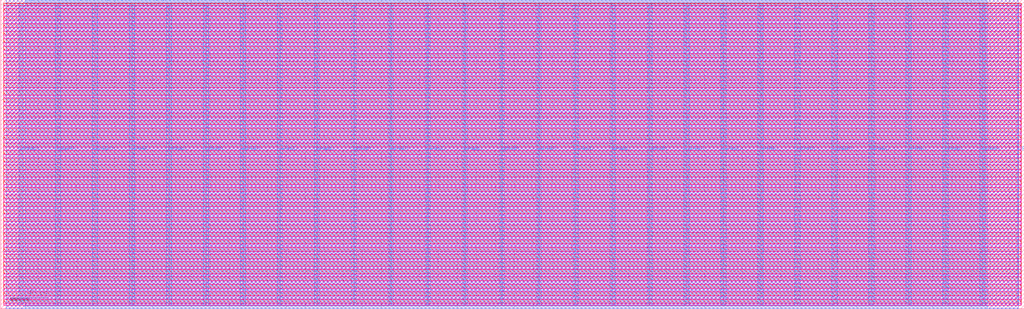
<source format=lef>
VERSION 5.7 ;
  NOWIREEXTENSIONATPIN ON ;
  DIVIDERCHAR "/" ;
  BUSBITCHARS "[]" ;
MACRO tt_um_proppy_megabytebeat
  CLASS BLOCK ;
  FOREIGN tt_um_proppy_megabytebeat ;
  ORIGIN 0.000 0.000 ;
  SIZE 1075.760 BY 325.360 ;
  PIN VGND
    DIRECTION INOUT ;
    USE GROUND ;
    PORT
      LAYER Metal4 ;
        RECT 22.180 3.620 23.780 321.740 ;
    END
    PORT
      LAYER Metal4 ;
        RECT 61.050 3.620 62.650 321.740 ;
    END
    PORT
      LAYER Metal4 ;
        RECT 99.920 3.620 101.520 321.740 ;
    END
    PORT
      LAYER Metal4 ;
        RECT 138.790 3.620 140.390 321.740 ;
    END
    PORT
      LAYER Metal4 ;
        RECT 177.660 3.620 179.260 321.740 ;
    END
    PORT
      LAYER Metal4 ;
        RECT 216.530 3.620 218.130 321.740 ;
    END
    PORT
      LAYER Metal4 ;
        RECT 255.400 3.620 257.000 321.740 ;
    END
    PORT
      LAYER Metal4 ;
        RECT 294.270 3.620 295.870 321.740 ;
    END
    PORT
      LAYER Metal4 ;
        RECT 333.140 3.620 334.740 321.740 ;
    END
    PORT
      LAYER Metal4 ;
        RECT 372.010 3.620 373.610 321.740 ;
    END
    PORT
      LAYER Metal4 ;
        RECT 410.880 3.620 412.480 321.740 ;
    END
    PORT
      LAYER Metal4 ;
        RECT 449.750 3.620 451.350 321.740 ;
    END
    PORT
      LAYER Metal4 ;
        RECT 488.620 3.620 490.220 321.740 ;
    END
    PORT
      LAYER Metal4 ;
        RECT 527.490 3.620 529.090 321.740 ;
    END
    PORT
      LAYER Metal4 ;
        RECT 566.360 3.620 567.960 321.740 ;
    END
    PORT
      LAYER Metal4 ;
        RECT 605.230 3.620 606.830 321.740 ;
    END
    PORT
      LAYER Metal4 ;
        RECT 644.100 3.620 645.700 321.740 ;
    END
    PORT
      LAYER Metal4 ;
        RECT 682.970 3.620 684.570 321.740 ;
    END
    PORT
      LAYER Metal4 ;
        RECT 721.840 3.620 723.440 321.740 ;
    END
    PORT
      LAYER Metal4 ;
        RECT 760.710 3.620 762.310 321.740 ;
    END
    PORT
      LAYER Metal4 ;
        RECT 799.580 3.620 801.180 321.740 ;
    END
    PORT
      LAYER Metal4 ;
        RECT 838.450 3.620 840.050 321.740 ;
    END
    PORT
      LAYER Metal4 ;
        RECT 877.320 3.620 878.920 321.740 ;
    END
    PORT
      LAYER Metal4 ;
        RECT 916.190 3.620 917.790 321.740 ;
    END
    PORT
      LAYER Metal4 ;
        RECT 955.060 3.620 956.660 321.740 ;
    END
    PORT
      LAYER Metal4 ;
        RECT 993.930 3.620 995.530 321.740 ;
    END
    PORT
      LAYER Metal4 ;
        RECT 1032.800 3.620 1034.400 321.740 ;
    END
  END VGND
  PIN VPWR
    DIRECTION INOUT ;
    USE POWER ;
    PORT
      LAYER Metal4 ;
        RECT 18.880 3.620 20.480 321.740 ;
    END
    PORT
      LAYER Metal4 ;
        RECT 57.750 3.620 59.350 321.740 ;
    END
    PORT
      LAYER Metal4 ;
        RECT 96.620 3.620 98.220 321.740 ;
    END
    PORT
      LAYER Metal4 ;
        RECT 135.490 3.620 137.090 321.740 ;
    END
    PORT
      LAYER Metal4 ;
        RECT 174.360 3.620 175.960 321.740 ;
    END
    PORT
      LAYER Metal4 ;
        RECT 213.230 3.620 214.830 321.740 ;
    END
    PORT
      LAYER Metal4 ;
        RECT 252.100 3.620 253.700 321.740 ;
    END
    PORT
      LAYER Metal4 ;
        RECT 290.970 3.620 292.570 321.740 ;
    END
    PORT
      LAYER Metal4 ;
        RECT 329.840 3.620 331.440 321.740 ;
    END
    PORT
      LAYER Metal4 ;
        RECT 368.710 3.620 370.310 321.740 ;
    END
    PORT
      LAYER Metal4 ;
        RECT 407.580 3.620 409.180 321.740 ;
    END
    PORT
      LAYER Metal4 ;
        RECT 446.450 3.620 448.050 321.740 ;
    END
    PORT
      LAYER Metal4 ;
        RECT 485.320 3.620 486.920 321.740 ;
    END
    PORT
      LAYER Metal4 ;
        RECT 524.190 3.620 525.790 321.740 ;
    END
    PORT
      LAYER Metal4 ;
        RECT 563.060 3.620 564.660 321.740 ;
    END
    PORT
      LAYER Metal4 ;
        RECT 601.930 3.620 603.530 321.740 ;
    END
    PORT
      LAYER Metal4 ;
        RECT 640.800 3.620 642.400 321.740 ;
    END
    PORT
      LAYER Metal4 ;
        RECT 679.670 3.620 681.270 321.740 ;
    END
    PORT
      LAYER Metal4 ;
        RECT 718.540 3.620 720.140 321.740 ;
    END
    PORT
      LAYER Metal4 ;
        RECT 757.410 3.620 759.010 321.740 ;
    END
    PORT
      LAYER Metal4 ;
        RECT 796.280 3.620 797.880 321.740 ;
    END
    PORT
      LAYER Metal4 ;
        RECT 835.150 3.620 836.750 321.740 ;
    END
    PORT
      LAYER Metal4 ;
        RECT 874.020 3.620 875.620 321.740 ;
    END
    PORT
      LAYER Metal4 ;
        RECT 912.890 3.620 914.490 321.740 ;
    END
    PORT
      LAYER Metal4 ;
        RECT 951.760 3.620 953.360 321.740 ;
    END
    PORT
      LAYER Metal4 ;
        RECT 990.630 3.620 992.230 321.740 ;
    END
    PORT
      LAYER Metal4 ;
        RECT 1029.500 3.620 1031.100 321.740 ;
    END
    PORT
      LAYER Metal4 ;
        RECT 1068.370 3.620 1069.970 321.740 ;
    END
  END VPWR
  PIN clk
    DIRECTION INPUT ;
    USE SIGNAL ;
    ANTENNAGATEAREA 4.738000 ;
    PORT
      LAYER Metal4 ;
        RECT 331.090 324.360 331.390 325.360 ;
    END
  END clk
  PIN ena
    DIRECTION INPUT ;
    USE SIGNAL ;
    PORT
      LAYER Metal4 ;
        RECT 338.370 324.360 338.670 325.360 ;
    END
  END ena
  PIN rst_n
    DIRECTION INPUT ;
    USE SIGNAL ;
    ANTENNAGATEAREA 1.183000 ;
    PORT
      LAYER Metal4 ;
        RECT 323.810 324.360 324.110 325.360 ;
    END
  END rst_n
  PIN ui_in[0]
    DIRECTION INPUT ;
    USE SIGNAL ;
    ANTENNAGATEAREA 0.396000 ;
    PORT
      LAYER Metal4 ;
        RECT 316.530 324.360 316.830 325.360 ;
    END
  END ui_in[0]
  PIN ui_in[1]
    DIRECTION INPUT ;
    USE SIGNAL ;
    ANTENNAGATEAREA 0.396000 ;
    PORT
      LAYER Metal4 ;
        RECT 309.250 324.360 309.550 325.360 ;
    END
  END ui_in[1]
  PIN ui_in[2]
    DIRECTION INPUT ;
    USE SIGNAL ;
    ANTENNAGATEAREA 0.396000 ;
    PORT
      LAYER Metal4 ;
        RECT 301.970 324.360 302.270 325.360 ;
    END
  END ui_in[2]
  PIN ui_in[3]
    DIRECTION INPUT ;
    USE SIGNAL ;
    ANTENNAGATEAREA 0.396000 ;
    PORT
      LAYER Metal4 ;
        RECT 294.690 324.360 294.990 325.360 ;
    END
  END ui_in[3]
  PIN ui_in[4]
    DIRECTION INPUT ;
    USE SIGNAL ;
    ANTENNAGATEAREA 0.396000 ;
    PORT
      LAYER Metal4 ;
        RECT 287.410 324.360 287.710 325.360 ;
    END
  END ui_in[4]
  PIN ui_in[5]
    DIRECTION INPUT ;
    USE SIGNAL ;
    ANTENNAGATEAREA 0.396000 ;
    PORT
      LAYER Metal4 ;
        RECT 280.130 324.360 280.430 325.360 ;
    END
  END ui_in[5]
  PIN ui_in[6]
    DIRECTION INPUT ;
    USE SIGNAL ;
    ANTENNAGATEAREA 0.396000 ;
    PORT
      LAYER Metal4 ;
        RECT 272.850 324.360 273.150 325.360 ;
    END
  END ui_in[6]
  PIN ui_in[7]
    DIRECTION INPUT ;
    USE SIGNAL ;
    ANTENNAGATEAREA 0.396000 ;
    PORT
      LAYER Metal4 ;
        RECT 265.570 324.360 265.870 325.360 ;
    END
  END ui_in[7]
  PIN uio_in[0]
    DIRECTION INPUT ;
    USE SIGNAL ;
    ANTENNAGATEAREA 0.396000 ;
    PORT
      LAYER Metal4 ;
        RECT 258.290 324.360 258.590 325.360 ;
    END
  END uio_in[0]
  PIN uio_in[1]
    DIRECTION INPUT ;
    USE SIGNAL ;
    ANTENNAGATEAREA 0.396000 ;
    PORT
      LAYER Metal4 ;
        RECT 251.010 324.360 251.310 325.360 ;
    END
  END uio_in[1]
  PIN uio_in[2]
    DIRECTION INPUT ;
    USE SIGNAL ;
    ANTENNAGATEAREA 0.396000 ;
    PORT
      LAYER Metal4 ;
        RECT 243.730 324.360 244.030 325.360 ;
    END
  END uio_in[2]
  PIN uio_in[3]
    DIRECTION INPUT ;
    USE SIGNAL ;
    ANTENNAGATEAREA 0.396000 ;
    PORT
      LAYER Metal4 ;
        RECT 236.450 324.360 236.750 325.360 ;
    END
  END uio_in[3]
  PIN uio_in[4]
    DIRECTION INPUT ;
    USE SIGNAL ;
    ANTENNAGATEAREA 0.396000 ;
    PORT
      LAYER Metal4 ;
        RECT 229.170 324.360 229.470 325.360 ;
    END
  END uio_in[4]
  PIN uio_in[5]
    DIRECTION INPUT ;
    USE SIGNAL ;
    ANTENNAGATEAREA 0.396000 ;
    PORT
      LAYER Metal4 ;
        RECT 221.890 324.360 222.190 325.360 ;
    END
  END uio_in[5]
  PIN uio_in[6]
    DIRECTION INPUT ;
    USE SIGNAL ;
    ANTENNAGATEAREA 0.396000 ;
    PORT
      LAYER Metal4 ;
        RECT 214.610 324.360 214.910 325.360 ;
    END
  END uio_in[6]
  PIN uio_in[7]
    DIRECTION INPUT ;
    USE SIGNAL ;
    ANTENNAGATEAREA 0.396000 ;
    PORT
      LAYER Metal4 ;
        RECT 207.330 324.360 207.630 325.360 ;
    END
  END uio_in[7]
  PIN uio_oe[0]
    DIRECTION OUTPUT ;
    USE SIGNAL ;
    ANTENNADIFFAREA 0.360800 ;
    PORT
      LAYER Metal4 ;
        RECT 83.570 324.360 83.870 325.360 ;
    END
  END uio_oe[0]
  PIN uio_oe[1]
    DIRECTION OUTPUT ;
    USE SIGNAL ;
    ANTENNADIFFAREA 0.360800 ;
    PORT
      LAYER Metal4 ;
        RECT 76.290 324.360 76.590 325.360 ;
    END
  END uio_oe[1]
  PIN uio_oe[2]
    DIRECTION OUTPUT ;
    USE SIGNAL ;
    ANTENNADIFFAREA 0.360800 ;
    PORT
      LAYER Metal4 ;
        RECT 69.010 324.360 69.310 325.360 ;
    END
  END uio_oe[2]
  PIN uio_oe[3]
    DIRECTION OUTPUT ;
    USE SIGNAL ;
    ANTENNADIFFAREA 0.360800 ;
    PORT
      LAYER Metal4 ;
        RECT 61.730 324.360 62.030 325.360 ;
    END
  END uio_oe[3]
  PIN uio_oe[4]
    DIRECTION OUTPUT ;
    USE SIGNAL ;
    ANTENNADIFFAREA 0.360800 ;
    PORT
      LAYER Metal4 ;
        RECT 54.450 324.360 54.750 325.360 ;
    END
  END uio_oe[4]
  PIN uio_oe[5]
    DIRECTION OUTPUT ;
    USE SIGNAL ;
    ANTENNADIFFAREA 0.360800 ;
    PORT
      LAYER Metal4 ;
        RECT 47.170 324.360 47.470 325.360 ;
    END
  END uio_oe[5]
  PIN uio_oe[6]
    DIRECTION OUTPUT ;
    USE SIGNAL ;
    ANTENNADIFFAREA 0.360800 ;
    PORT
      LAYER Metal4 ;
        RECT 39.890 324.360 40.190 325.360 ;
    END
  END uio_oe[6]
  PIN uio_oe[7]
    DIRECTION OUTPUT ;
    USE SIGNAL ;
    ANTENNADIFFAREA 0.360800 ;
    PORT
      LAYER Metal4 ;
        RECT 32.610 324.360 32.910 325.360 ;
    END
  END uio_oe[7]
  PIN uio_out[0]
    DIRECTION OUTPUT ;
    USE SIGNAL ;
    ANTENNADIFFAREA 0.360800 ;
    PORT
      LAYER Metal4 ;
        RECT 141.810 324.360 142.110 325.360 ;
    END
  END uio_out[0]
  PIN uio_out[1]
    DIRECTION OUTPUT ;
    USE SIGNAL ;
    ANTENNADIFFAREA 0.360800 ;
    PORT
      LAYER Metal4 ;
        RECT 134.530 324.360 134.830 325.360 ;
    END
  END uio_out[1]
  PIN uio_out[2]
    DIRECTION OUTPUT ;
    USE SIGNAL ;
    ANTENNADIFFAREA 0.360800 ;
    PORT
      LAYER Metal4 ;
        RECT 127.250 324.360 127.550 325.360 ;
    END
  END uio_out[2]
  PIN uio_out[3]
    DIRECTION OUTPUT ;
    USE SIGNAL ;
    ANTENNADIFFAREA 0.360800 ;
    PORT
      LAYER Metal4 ;
        RECT 119.970 324.360 120.270 325.360 ;
    END
  END uio_out[3]
  PIN uio_out[4]
    DIRECTION OUTPUT ;
    USE SIGNAL ;
    ANTENNADIFFAREA 0.360800 ;
    PORT
      LAYER Metal4 ;
        RECT 112.690 324.360 112.990 325.360 ;
    END
  END uio_out[4]
  PIN uio_out[5]
    DIRECTION OUTPUT ;
    USE SIGNAL ;
    ANTENNADIFFAREA 0.360800 ;
    PORT
      LAYER Metal4 ;
        RECT 105.410 324.360 105.710 325.360 ;
    END
  END uio_out[5]
  PIN uio_out[6]
    DIRECTION OUTPUT ;
    USE SIGNAL ;
    ANTENNADIFFAREA 0.360800 ;
    PORT
      LAYER Metal4 ;
        RECT 98.130 324.360 98.430 325.360 ;
    END
  END uio_out[6]
  PIN uio_out[7]
    DIRECTION OUTPUT ;
    USE SIGNAL ;
    ANTENNADIFFAREA 0.360800 ;
    PORT
      LAYER Metal4 ;
        RECT 90.850 324.360 91.150 325.360 ;
    END
  END uio_out[7]
  PIN uo_out[0]
    DIRECTION OUTPUT ;
    USE SIGNAL ;
    ANTENNADIFFAREA 2.080400 ;
    PORT
      LAYER Metal4 ;
        RECT 200.050 324.360 200.350 325.360 ;
    END
  END uo_out[0]
  PIN uo_out[1]
    DIRECTION OUTPUT ;
    USE SIGNAL ;
    ANTENNADIFFAREA 4.408000 ;
    PORT
      LAYER Metal4 ;
        RECT 192.770 324.360 193.070 325.360 ;
    END
  END uo_out[1]
  PIN uo_out[2]
    DIRECTION OUTPUT ;
    USE SIGNAL ;
    ANTENNADIFFAREA 1.986000 ;
    PORT
      LAYER Metal4 ;
        RECT 185.490 324.360 185.790 325.360 ;
    END
  END uo_out[2]
  PIN uo_out[3]
    DIRECTION OUTPUT ;
    USE SIGNAL ;
    ANTENNADIFFAREA 1.986000 ;
    PORT
      LAYER Metal4 ;
        RECT 178.210 324.360 178.510 325.360 ;
    END
  END uo_out[3]
  PIN uo_out[4]
    DIRECTION OUTPUT ;
    USE SIGNAL ;
    ANTENNADIFFAREA 0.360800 ;
    PORT
      LAYER Metal4 ;
        RECT 170.930 324.360 171.230 325.360 ;
    END
  END uo_out[4]
  PIN uo_out[5]
    DIRECTION OUTPUT ;
    USE SIGNAL ;
    ANTENNADIFFAREA 0.360800 ;
    PORT
      LAYER Metal4 ;
        RECT 163.650 324.360 163.950 325.360 ;
    END
  END uo_out[5]
  PIN uo_out[6]
    DIRECTION OUTPUT ;
    USE SIGNAL ;
    ANTENNADIFFAREA 0.360800 ;
    PORT
      LAYER Metal4 ;
        RECT 156.370 324.360 156.670 325.360 ;
    END
  END uo_out[6]
  PIN uo_out[7]
    DIRECTION OUTPUT ;
    USE SIGNAL ;
    ANTENNADIFFAREA 2.080400 ;
    PORT
      LAYER Metal4 ;
        RECT 149.090 324.360 149.390 325.360 ;
    END
  END uo_out[7]
  OBS
      LAYER Nwell ;
        RECT 2.930 319.280 1072.830 321.870 ;
      LAYER Pwell ;
        RECT 2.930 315.760 1072.830 319.280 ;
      LAYER Nwell ;
        RECT 2.930 311.440 1072.830 315.760 ;
      LAYER Pwell ;
        RECT 2.930 307.920 1072.830 311.440 ;
      LAYER Nwell ;
        RECT 2.930 303.600 1072.830 307.920 ;
      LAYER Pwell ;
        RECT 2.930 300.080 1072.830 303.600 ;
      LAYER Nwell ;
        RECT 2.930 295.760 1072.830 300.080 ;
      LAYER Pwell ;
        RECT 2.930 292.240 1072.830 295.760 ;
      LAYER Nwell ;
        RECT 2.930 287.920 1072.830 292.240 ;
      LAYER Pwell ;
        RECT 2.930 284.400 1072.830 287.920 ;
      LAYER Nwell ;
        RECT 2.930 280.080 1072.830 284.400 ;
      LAYER Pwell ;
        RECT 2.930 276.560 1072.830 280.080 ;
      LAYER Nwell ;
        RECT 2.930 272.240 1072.830 276.560 ;
      LAYER Pwell ;
        RECT 2.930 268.720 1072.830 272.240 ;
      LAYER Nwell ;
        RECT 2.930 264.400 1072.830 268.720 ;
      LAYER Pwell ;
        RECT 2.930 260.880 1072.830 264.400 ;
      LAYER Nwell ;
        RECT 2.930 256.560 1072.830 260.880 ;
      LAYER Pwell ;
        RECT 2.930 253.040 1072.830 256.560 ;
      LAYER Nwell ;
        RECT 2.930 248.720 1072.830 253.040 ;
      LAYER Pwell ;
        RECT 2.930 245.200 1072.830 248.720 ;
      LAYER Nwell ;
        RECT 2.930 240.880 1072.830 245.200 ;
      LAYER Pwell ;
        RECT 2.930 237.360 1072.830 240.880 ;
      LAYER Nwell ;
        RECT 2.930 233.040 1072.830 237.360 ;
      LAYER Pwell ;
        RECT 2.930 229.520 1072.830 233.040 ;
      LAYER Nwell ;
        RECT 2.930 225.200 1072.830 229.520 ;
      LAYER Pwell ;
        RECT 2.930 221.680 1072.830 225.200 ;
      LAYER Nwell ;
        RECT 2.930 217.360 1072.830 221.680 ;
      LAYER Pwell ;
        RECT 2.930 213.840 1072.830 217.360 ;
      LAYER Nwell ;
        RECT 2.930 209.520 1072.830 213.840 ;
      LAYER Pwell ;
        RECT 2.930 206.000 1072.830 209.520 ;
      LAYER Nwell ;
        RECT 2.930 201.680 1072.830 206.000 ;
      LAYER Pwell ;
        RECT 2.930 198.160 1072.830 201.680 ;
      LAYER Nwell ;
        RECT 2.930 193.840 1072.830 198.160 ;
      LAYER Pwell ;
        RECT 2.930 190.320 1072.830 193.840 ;
      LAYER Nwell ;
        RECT 2.930 186.000 1072.830 190.320 ;
      LAYER Pwell ;
        RECT 2.930 182.480 1072.830 186.000 ;
      LAYER Nwell ;
        RECT 2.930 178.160 1072.830 182.480 ;
      LAYER Pwell ;
        RECT 2.930 174.640 1072.830 178.160 ;
      LAYER Nwell ;
        RECT 2.930 170.320 1072.830 174.640 ;
      LAYER Pwell ;
        RECT 2.930 166.800 1072.830 170.320 ;
      LAYER Nwell ;
        RECT 2.930 162.480 1072.830 166.800 ;
      LAYER Pwell ;
        RECT 2.930 158.960 1072.830 162.480 ;
      LAYER Nwell ;
        RECT 2.930 154.640 1072.830 158.960 ;
      LAYER Pwell ;
        RECT 2.930 151.120 1072.830 154.640 ;
      LAYER Nwell ;
        RECT 2.930 146.800 1072.830 151.120 ;
      LAYER Pwell ;
        RECT 2.930 143.280 1072.830 146.800 ;
      LAYER Nwell ;
        RECT 2.930 138.960 1072.830 143.280 ;
      LAYER Pwell ;
        RECT 2.930 135.440 1072.830 138.960 ;
      LAYER Nwell ;
        RECT 2.930 131.120 1072.830 135.440 ;
      LAYER Pwell ;
        RECT 2.930 127.600 1072.830 131.120 ;
      LAYER Nwell ;
        RECT 2.930 123.280 1072.830 127.600 ;
      LAYER Pwell ;
        RECT 2.930 119.760 1072.830 123.280 ;
      LAYER Nwell ;
        RECT 2.930 115.440 1072.830 119.760 ;
      LAYER Pwell ;
        RECT 2.930 111.920 1072.830 115.440 ;
      LAYER Nwell ;
        RECT 2.930 107.600 1072.830 111.920 ;
      LAYER Pwell ;
        RECT 2.930 104.080 1072.830 107.600 ;
      LAYER Nwell ;
        RECT 2.930 99.760 1072.830 104.080 ;
      LAYER Pwell ;
        RECT 2.930 96.240 1072.830 99.760 ;
      LAYER Nwell ;
        RECT 2.930 91.920 1072.830 96.240 ;
      LAYER Pwell ;
        RECT 2.930 88.400 1072.830 91.920 ;
      LAYER Nwell ;
        RECT 2.930 84.080 1072.830 88.400 ;
      LAYER Pwell ;
        RECT 2.930 80.560 1072.830 84.080 ;
      LAYER Nwell ;
        RECT 2.930 76.240 1072.830 80.560 ;
      LAYER Pwell ;
        RECT 2.930 72.720 1072.830 76.240 ;
      LAYER Nwell ;
        RECT 2.930 68.400 1072.830 72.720 ;
      LAYER Pwell ;
        RECT 2.930 64.880 1072.830 68.400 ;
      LAYER Nwell ;
        RECT 2.930 60.560 1072.830 64.880 ;
      LAYER Pwell ;
        RECT 2.930 57.040 1072.830 60.560 ;
      LAYER Nwell ;
        RECT 2.930 52.720 1072.830 57.040 ;
      LAYER Pwell ;
        RECT 2.930 49.200 1072.830 52.720 ;
      LAYER Nwell ;
        RECT 2.930 44.880 1072.830 49.200 ;
      LAYER Pwell ;
        RECT 2.930 41.360 1072.830 44.880 ;
      LAYER Nwell ;
        RECT 2.930 37.040 1072.830 41.360 ;
      LAYER Pwell ;
        RECT 2.930 33.520 1072.830 37.040 ;
      LAYER Nwell ;
        RECT 2.930 29.200 1072.830 33.520 ;
      LAYER Pwell ;
        RECT 2.930 25.680 1072.830 29.200 ;
      LAYER Nwell ;
        RECT 2.930 21.360 1072.830 25.680 ;
      LAYER Pwell ;
        RECT 2.930 17.840 1072.830 21.360 ;
      LAYER Nwell ;
        RECT 2.930 13.520 1072.830 17.840 ;
      LAYER Pwell ;
        RECT 2.930 10.000 1072.830 13.520 ;
      LAYER Nwell ;
        RECT 2.930 5.680 1072.830 10.000 ;
      LAYER Pwell ;
        RECT 2.930 3.490 1072.830 5.680 ;
      LAYER Metal1 ;
        RECT 3.360 3.620 1072.400 321.740 ;
      LAYER Metal2 ;
        RECT 5.740 0.090 1069.830 325.270 ;
      LAYER Metal3 ;
        RECT 5.690 0.140 1069.880 325.220 ;
      LAYER Metal4 ;
        RECT 25.900 324.060 32.310 324.360 ;
        RECT 33.210 324.060 39.590 324.360 ;
        RECT 40.490 324.060 46.870 324.360 ;
        RECT 47.770 324.060 54.150 324.360 ;
        RECT 55.050 324.060 61.430 324.360 ;
        RECT 62.330 324.060 68.710 324.360 ;
        RECT 69.610 324.060 75.990 324.360 ;
        RECT 76.890 324.060 83.270 324.360 ;
        RECT 84.170 324.060 90.550 324.360 ;
        RECT 91.450 324.060 97.830 324.360 ;
        RECT 98.730 324.060 105.110 324.360 ;
        RECT 106.010 324.060 112.390 324.360 ;
        RECT 113.290 324.060 119.670 324.360 ;
        RECT 120.570 324.060 126.950 324.360 ;
        RECT 127.850 324.060 134.230 324.360 ;
        RECT 135.130 324.060 141.510 324.360 ;
        RECT 142.410 324.060 148.790 324.360 ;
        RECT 149.690 324.060 156.070 324.360 ;
        RECT 156.970 324.060 163.350 324.360 ;
        RECT 164.250 324.060 170.630 324.360 ;
        RECT 171.530 324.060 177.910 324.360 ;
        RECT 178.810 324.060 185.190 324.360 ;
        RECT 186.090 324.060 192.470 324.360 ;
        RECT 193.370 324.060 199.750 324.360 ;
        RECT 200.650 324.060 207.030 324.360 ;
        RECT 207.930 324.060 214.310 324.360 ;
        RECT 215.210 324.060 221.590 324.360 ;
        RECT 222.490 324.060 228.870 324.360 ;
        RECT 229.770 324.060 236.150 324.360 ;
        RECT 237.050 324.060 243.430 324.360 ;
        RECT 244.330 324.060 250.710 324.360 ;
        RECT 251.610 324.060 257.990 324.360 ;
        RECT 258.890 324.060 265.270 324.360 ;
        RECT 266.170 324.060 272.550 324.360 ;
        RECT 273.450 324.060 279.830 324.360 ;
        RECT 280.730 324.060 287.110 324.360 ;
        RECT 288.010 324.060 294.390 324.360 ;
        RECT 295.290 324.060 301.670 324.360 ;
        RECT 302.570 324.060 308.950 324.360 ;
        RECT 309.850 324.060 316.230 324.360 ;
        RECT 317.130 324.060 323.510 324.360 ;
        RECT 324.410 324.060 330.790 324.360 ;
        RECT 331.690 324.060 338.070 324.360 ;
        RECT 338.970 324.060 1036.980 324.360 ;
        RECT 25.900 322.040 1036.980 324.060 ;
        RECT 25.900 3.320 57.450 322.040 ;
        RECT 59.650 3.320 60.750 322.040 ;
        RECT 62.950 3.320 96.320 322.040 ;
        RECT 98.520 3.320 99.620 322.040 ;
        RECT 101.820 3.320 135.190 322.040 ;
        RECT 137.390 3.320 138.490 322.040 ;
        RECT 140.690 3.320 174.060 322.040 ;
        RECT 176.260 3.320 177.360 322.040 ;
        RECT 179.560 3.320 212.930 322.040 ;
        RECT 215.130 3.320 216.230 322.040 ;
        RECT 218.430 3.320 251.800 322.040 ;
        RECT 254.000 3.320 255.100 322.040 ;
        RECT 257.300 3.320 290.670 322.040 ;
        RECT 292.870 3.320 293.970 322.040 ;
        RECT 296.170 3.320 329.540 322.040 ;
        RECT 331.740 3.320 332.840 322.040 ;
        RECT 335.040 3.320 368.410 322.040 ;
        RECT 370.610 3.320 371.710 322.040 ;
        RECT 373.910 3.320 407.280 322.040 ;
        RECT 409.480 3.320 410.580 322.040 ;
        RECT 412.780 3.320 446.150 322.040 ;
        RECT 448.350 3.320 449.450 322.040 ;
        RECT 451.650 3.320 485.020 322.040 ;
        RECT 487.220 3.320 488.320 322.040 ;
        RECT 490.520 3.320 523.890 322.040 ;
        RECT 526.090 3.320 527.190 322.040 ;
        RECT 529.390 3.320 562.760 322.040 ;
        RECT 564.960 3.320 566.060 322.040 ;
        RECT 568.260 3.320 601.630 322.040 ;
        RECT 603.830 3.320 604.930 322.040 ;
        RECT 607.130 3.320 640.500 322.040 ;
        RECT 642.700 3.320 643.800 322.040 ;
        RECT 646.000 3.320 679.370 322.040 ;
        RECT 681.570 3.320 682.670 322.040 ;
        RECT 684.870 3.320 718.240 322.040 ;
        RECT 720.440 3.320 721.540 322.040 ;
        RECT 723.740 3.320 757.110 322.040 ;
        RECT 759.310 3.320 760.410 322.040 ;
        RECT 762.610 3.320 795.980 322.040 ;
        RECT 798.180 3.320 799.280 322.040 ;
        RECT 801.480 3.320 834.850 322.040 ;
        RECT 837.050 3.320 838.150 322.040 ;
        RECT 840.350 3.320 873.720 322.040 ;
        RECT 875.920 3.320 877.020 322.040 ;
        RECT 879.220 3.320 912.590 322.040 ;
        RECT 914.790 3.320 915.890 322.040 ;
        RECT 918.090 3.320 951.460 322.040 ;
        RECT 953.660 3.320 954.760 322.040 ;
        RECT 956.960 3.320 990.330 322.040 ;
        RECT 992.530 3.320 993.630 322.040 ;
        RECT 995.830 3.320 1029.200 322.040 ;
        RECT 1031.400 3.320 1032.500 322.040 ;
        RECT 1034.700 3.320 1036.980 322.040 ;
        RECT 25.900 0.090 1036.980 3.320 ;
  END
END tt_um_proppy_megabytebeat
END LIBRARY


</source>
